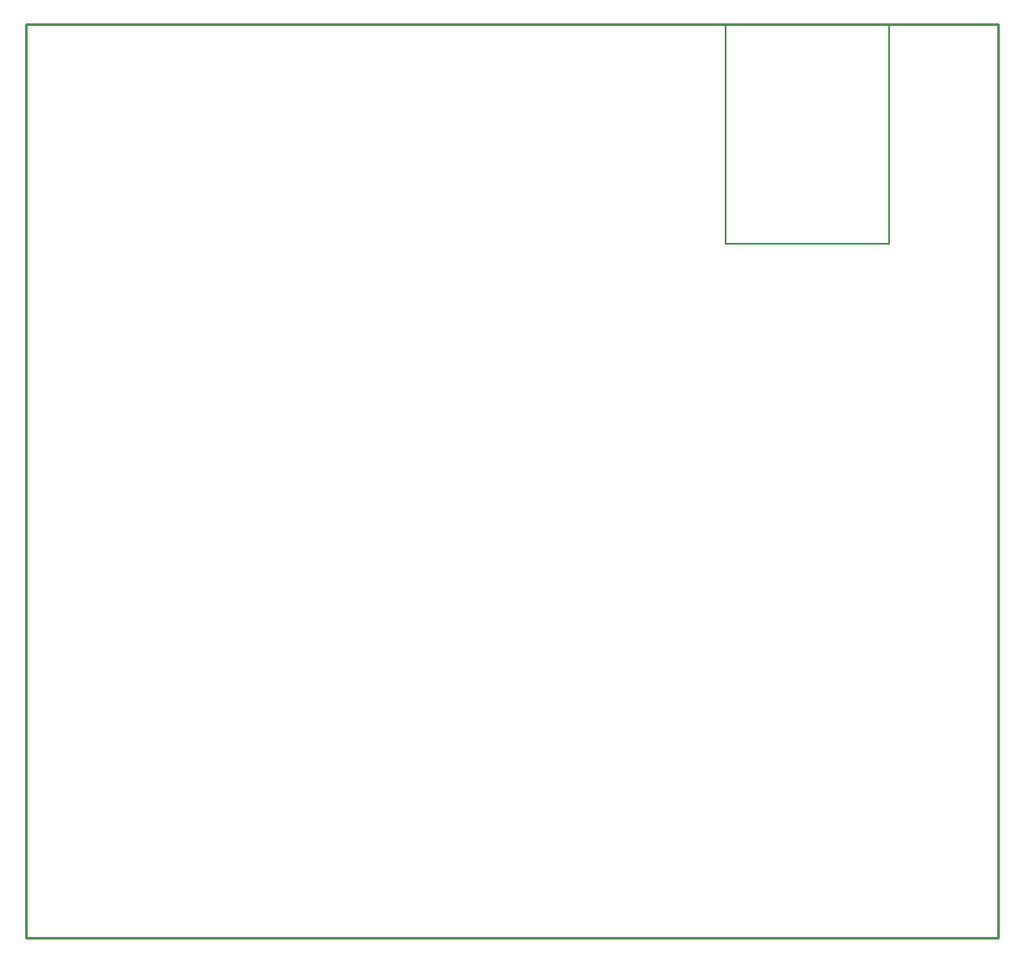
<source format=gbr>
%TF.GenerationSoftware,Altium Limited,Altium Designer,23.0.1 (38)*%
G04 Layer_Color=16711935*
%FSLAX45Y45*%
%MOMM*%
%TF.SameCoordinates,E0F799D9-27B4-45C1-BD14-B3F5E9977550*%
%TF.FilePolarity,Positive*%
%TF.FileFunction,Other,Mechanical_1*%
%TF.Part,Single*%
G01*
G75*
%TA.AperFunction,NonConductor*%
%ADD64C,0.20000*%
%ADD68C,0.25400*%
D64*
X6850004Y6802004D02*
Y8942000D01*
X8450001Y6801999D02*
Y8942000D01*
X6850004D02*
X8450001D01*
X6850004Y6801999D02*
X8450001D01*
D68*
X0Y0D02*
X9519996D01*
X0Y8949995D02*
X9519996D01*
Y0D02*
Y8949995D01*
X0Y0D02*
Y8949995D01*
%TF.MD5,8f96e5965cacab9f502a0419ccfac146*%
M02*

</source>
